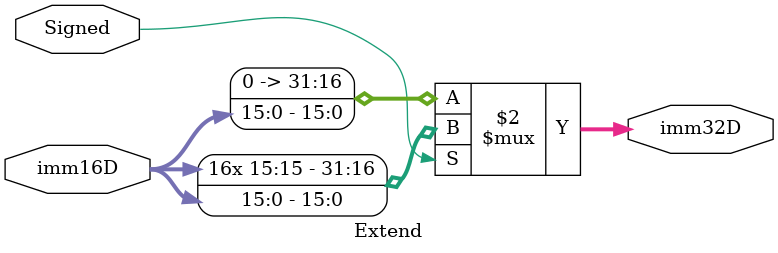
<source format=v>
`timescale 1ns / 1ps
module Extend(
    input [15:0] imm16D,
	 input Signed,
    output [31:0] imm32D
    );

assign imm32D=(Signed==1)?{{16{imm16D[15]}},imm16D}:{16'b0,imm16D};
endmodule

</source>
